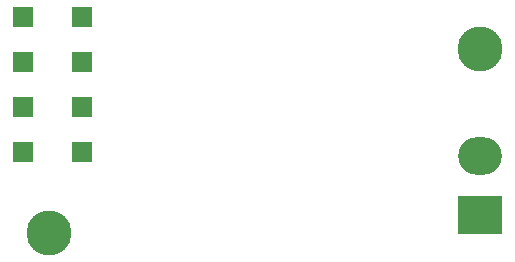
<source format=gbs>
%FSLAX44Y44*%
%MOMM*%
G71*
G01*
G75*
G04 Layer_Color=16711935*
%ADD10R,1.7000X1.2500*%
%ADD11R,10.0000X13.5000*%
%ADD12R,1.8000X4.0000*%
G04:AMPARAMS|DCode=13|XSize=0.7mm|YSize=1.1mm|CornerRadius=0mm|HoleSize=0mm|Usage=FLASHONLY|Rotation=270.000|XOffset=0mm|YOffset=0mm|HoleType=Round|Shape=Octagon|*
%AMOCTAGOND13*
4,1,8,0.5500,0.1750,0.5500,-0.1750,0.3750,-0.3500,-0.3750,-0.3500,-0.5500,-0.1750,-0.5500,0.1750,-0.3750,0.3500,0.3750,0.3500,0.5500,0.1750,0.0*
%
%ADD13OCTAGOND13*%

%ADD14R,1.1000X0.7000*%
%ADD15R,0.9500X1.0000*%
%ADD16R,4.0000X2.5000*%
%ADD17R,1.6000X1.8000*%
%ADD18R,1.4500X2.8000*%
%ADD19R,1.1000X0.9500*%
%ADD20C,0.5000*%
%ADD21C,1.0000*%
%ADD22C,0.6800*%
%ADD23C,0.3000*%
%ADD24R,1.6000X1.6000*%
%ADD25C,3.6000*%
%ADD26O,3.5000X3.0000*%
%ADD27R,3.5000X3.0000*%
%ADD28C,0.8000*%
%ADD29C,0.2000*%
%ADD30C,0.0254*%
%ADD31R,1.9000X1.4500*%
%ADD32R,10.2000X13.7000*%
%ADD33R,2.0000X4.2000*%
G04:AMPARAMS|DCode=34|XSize=0.9mm|YSize=1.3mm|CornerRadius=0mm|HoleSize=0mm|Usage=FLASHONLY|Rotation=270.000|XOffset=0mm|YOffset=0mm|HoleType=Round|Shape=Octagon|*
%AMOCTAGOND34*
4,1,8,0.6500,0.2250,0.6500,-0.2250,0.4250,-0.4500,-0.4250,-0.4500,-0.6500,-0.2250,-0.6500,0.2250,-0.4250,0.4500,0.4250,0.4500,0.6500,0.2250,0.0*
%
%ADD34OCTAGOND34*%

%ADD35R,1.3000X0.9000*%
%ADD36R,1.1500X1.2000*%
%ADD37R,4.2000X2.7000*%
%ADD38R,1.8000X2.0000*%
%ADD39R,1.6500X3.0000*%
%ADD40R,1.3000X1.1500*%
%ADD41R,1.8000X1.8000*%
%ADD42C,3.8000*%
%ADD43O,3.7000X3.2000*%
%ADD44R,3.7000X3.2000*%
%ADD45C,1.0000*%
D41*
X67252Y166601D02*
D03*
X117252D02*
D03*
X67252Y128501D02*
D03*
X117252D02*
D03*
X67252Y242801D02*
D03*
X117252D02*
D03*
X67252Y204701D02*
D03*
X117252D02*
D03*
D42*
X89250Y59751D02*
D03*
X454500Y215500D02*
D03*
D43*
Y124950D02*
D03*
D44*
Y74950D02*
D03*
M02*

</source>
